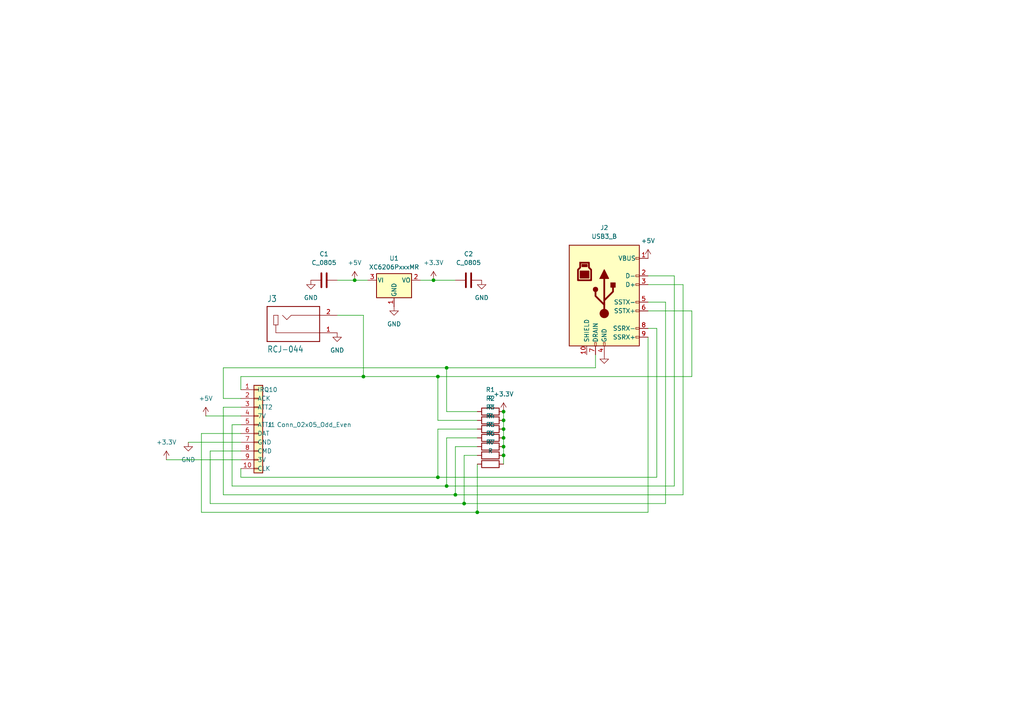
<source format=kicad_sch>
(kicad_sch (version 20231120) (generator "eeschema") (generator_version "8.0")
  (paper "A4")
  (lib_symbols
    (symbol "Connector:USB3_B" (pin_names (offset 1.016))
      (property "Reference" "J" (at -10.16 15.24 0))
      (property "Value" "USB3_B" (at 10.16 15.24 0))
      (symbol "USB3_B_0_0"
        (rectangle (start -2.794 -15.24) (end -2.286 -14.224))
        (rectangle (start -0.254 -15.24) (end 0.254 -14.224))
        (rectangle (start 10.16 -12.446) (end 9.144 -12.954))
        (rectangle (start 10.16 -9.906) (end 9.144 -10.414))
        (rectangle (start 10.16 -4.826) (end 9.144 -5.334))
        (rectangle (start 10.16 -2.286) (end 9.144 -2.794))
        (rectangle (start 10.16 2.794) (end 9.144 2.286))
        (rectangle (start 10.16 5.334) (end 9.144 4.826))
        (rectangle (start 10.16 10.414) (end 9.144 9.906))
      )
      (symbol "USB3_B_0_1"
        (rectangle (start -10.16 13.97) (end 10.16 -15.24) (stroke (width 0.254)) (fill (type background)))
        (rectangle (start -6.477 8.382) (end -4.953 7.747) (stroke (width 0.254)) (fill (type outline)))
        (rectangle (start -4.445 4.445) (end -6.985 6.477) (stroke (width 0.254)) (fill (type outline)))
        (polyline (pts (xy -6.985 8.89) (xy -6.985 7.493) (xy -7.62 6.858) (xy -7.62 3.81) (xy -3.81 3.81) (xy -3.81 6.858) (xy -4.445 7.493) (xy -4.445 8.89) (xy -6.858 8.89) (xy -6.985 8.89)) (stroke (width 0.508)))
      )
      (symbol "USB3_B_1_1"
        (circle (center -2.54 1.143) (radius 0.635) (stroke (width 0.254)) (fill (type outline)))
        (circle (center 0 -5.842) (radius 1.27) (fill (type outline)))
        (polyline (pts (xy 0 -5.842) (xy 0 4.318)) (stroke (width 0.508)))
        (polyline (pts (xy 0 -3.302) (xy -2.54 -0.762) (xy -2.54 0.508)) (stroke (width 0.508)))
        (polyline (pts (xy 0 -2.032) (xy 2.54 0.508) (xy 2.54 1.778)) (stroke (width 0.508)))
        (polyline (pts (xy -1.27 4.318) (xy 0 6.858) (xy 1.27 4.318) (xy -1.27 4.318)) (stroke (width 0.254)) (fill (type outline)))
        (rectangle (start 1.905 1.778) (end 3.175 3.048) (stroke (width 0.254)) (fill (type outline)))
        (pin power_out line (at 12.7 10.16 180) (length 2.54) (name "VBUS") (number "1"))
        (pin passive line (at -5.08 -17.78 90) (length 2.54) (name "SHIELD") (number "10"))
        (pin bidirectional line (at 12.7 5.08 180) (length 2.54) (name "D-") (number "2"))
        (pin bidirectional line (at 12.7 2.54 180) (length 2.54) (name "D+") (number "3"))
        (pin power_out line (at 0 -17.78 90) (length 2.54) (name "GND") (number "4"))
        (pin output line (at 12.7 -2.54 180) (length 2.54) (name "SSTX-") (number "5"))
        (pin output line (at 12.7 -5.08 180) (length 2.54) (name "SSTX+") (number "6"))
        (pin passive line (at -2.54 -17.78 90) (length 2.54) (name "DRAIN") (number "7"))
        (pin input line (at 12.7 -10.16 180) (length 2.54) (name "SSRX-") (number "8"))
        (pin input line (at 12.7 -12.7 180) (length 2.54) (name "SSRX+") (number "9"))
      )
    )
    (symbol "Connector_Generic:Conn_01x10" (pin_names (offset 1.016))
      (property "Reference" "J1" (at 2.54 0.0001 0))
      (property "Value" "Conn_02x05_Odd_Even" (at 5.334 0 0))
      (symbol "Conn_01x10_1_1"
        (rectangle (start -1.27 -12.573) (end 0 -12.827) (stroke (width 0.1524)))
        (rectangle (start -1.27 -10.033) (end 0 -10.287) (stroke (width 0.1524)))
        (rectangle (start -1.27 -7.493) (end 0 -7.747) (stroke (width 0.1524)))
        (rectangle (start -1.27 -4.953) (end 0 -5.207) (stroke (width 0.1524)))
        (rectangle (start -1.27 -2.413) (end 0 -2.667) (stroke (width 0.1524)))
        (rectangle (start -1.27 0.127) (end 0 -0.127) (stroke (width 0.1524)))
        (rectangle (start -1.27 2.667) (end 0 2.413) (stroke (width 0.1524)))
        (rectangle (start -1.27 5.207) (end 0 4.953) (stroke (width 0.1524)))
        (rectangle (start -1.27 7.747) (end 0 7.493) (stroke (width 0.1524)))
        (rectangle (start -1.27 10.287) (end 0 10.033) (stroke (width 0.1524)))
        (rectangle (start -1.27 11.43) (end 1.27 -13.97) (stroke (width 0.254)) (fill (type background)))
        (pin passive line (at -5.08 10.16 0) (length 3.81) (name "IRQ10") (number "1"))
        (pin passive line (at -5.08 -12.7 0) (length 3.81) (name "CLK") (number "10"))
        (pin passive line (at -5.08 7.62 0) (length 3.81) (name "ACK") (number "2"))
        (pin passive line (at -5.08 5.08 0) (length 3.81) (name "ATT2") (number "3"))
        (pin passive line (at -5.08 2.54 0) (length 3.81) (name "7V") (number "4"))
        (pin passive line (at -5.08 0 0) (length 3.81) (name "ATT1") (number "5"))
        (pin passive line (at -5.08 -2.54 0) (length 3.81) (name "DAT") (number "6"))
        (pin passive line (at -5.08 -5.08 0) (length 3.81) (name "GND") (number "7"))
        (pin passive line (at -5.08 -7.62 0) (length 3.81) (name "CMD") (number "8"))
        (pin passive line (at -5.08 -10.16 0) (length 3.81) (name "3V") (number "9"))
      )
    )
    (symbol "Device:R" (pin_numbers hide) (pin_names (offset 0))
      (property "Reference" "R" (at 2.032 0 90))
      (property "Value" "R" (at 0 0 90))
      (symbol "R_0_1"
        (rectangle (start -1.016 -2.54) (end 1.016 2.54) (stroke (width 0.254)))
      )
      (symbol "R_1_1"
        (pin passive line (at 0 3.81 270) (length 1.27) (name "~") (number "1"))
        (pin passive line (at 0 -3.81 90) (length 1.27) (name "~") (number "2"))
      )
    )
    (symbol "PCM_Capacitor_AKL:C_0805" (pin_numbers hide) (pin_names (offset 0.254))
      (property "Reference" "C" (at 0.635 2.54 0))
      (property "Value" "C_0805" (at 0.635 -2.54 0))
      (symbol "C_0805_0_1"
        (polyline (pts (xy -2.032 -0.762) (xy 2.032 -0.762)) (stroke (width 0.508)))
        (polyline (pts (xy -2.032 0.762) (xy 2.032 0.762)) (stroke (width 0.508)))
      )
      (symbol "C_0805_0_2"
        (polyline (pts (xy -2.54 -2.54) (xy -0.381 -0.381)))
        (polyline (pts (xy -0.508 -0.508) (xy -1.651 0.635)) (stroke (width 0.508)))
        (polyline (pts (xy -0.508 -0.508) (xy 0.635 -1.651)) (stroke (width 0.508)))
        (polyline (pts (xy 0.381 0.381) (xy 2.54 2.54)))
        (polyline (pts (xy 0.508 0.508) (xy -0.635 1.651)) (stroke (width 0.508)))
        (polyline (pts (xy 0.508 0.508) (xy 1.651 -0.635)) (stroke (width 0.508)))
      )
      (symbol "C_0805_1_1"
        (pin passive line (at 0 3.81 270) (length 2.794) (name "~") (number "1"))
        (pin passive line (at 0 -3.81 90) (length 2.794) (name "~") (number "2"))
      )
      (symbol "C_0805_1_2"
        (pin passive line (at 2.54 2.54 270) (length 0) (name "~") (number "1"))
        (pin passive line (at -2.54 -2.54 90) (length 0) (name "~") (number "2"))
      )
    )
    (symbol "Regulator_Linear:XC6206PxxxMR" (pin_names (offset 0.254))
      (property "Reference" "U" (at -3.81 3.175 0))
      (property "Value" "XC6206PxxxMR" (at 0 3.175 0))
      (symbol "XC6206PxxxMR_0_1"
        (rectangle (start -5.08 1.905) (end 5.08 -5.08) (stroke (width 0.254)) (fill (type background)))
      )
      (symbol "XC6206PxxxMR_1_1"
        (pin power_in line (at 0 -7.62 90) (length 2.54) (name "GND") (number "1"))
        (pin power_out line (at 7.62 0 180) (length 2.54) (name "VO") (number "2"))
        (pin power_in line (at -7.62 0 0) (length 2.54) (name "VI") (number "3"))
      )
    )
    (symbol "power:+3.3V" (power) (pin_numbers hide) (pin_names (offset 0) hide)
      (property "Value" "+3.3V" (at 0 3.556 0))
      (symbol "+3.3V_0_1"
        (polyline (pts (xy -0.762 1.27) (xy 0 2.54)))
        (polyline (pts (xy 0 0) (xy 0 2.54)))
        (polyline (pts (xy 0 2.54) (xy 0.762 1.27)))
      )
      (symbol "+3.3V_1_1"
        (pin power_in line (at 0 0 90) (length 0) (name "~") (number "1"))
      )
    )
    (symbol "power:+5V" (power) (pin_numbers hide) (pin_names (offset 0) hide)
      (property "Value" "+5V" (at 0 3.556 0))
      (symbol "+5V_0_1"
        (polyline (pts (xy -0.762 1.27) (xy 0 2.54)))
        (polyline (pts (xy 0 0) (xy 0 2.54)))
        (polyline (pts (xy 0 2.54) (xy 0.762 1.27)))
      )
      (symbol "+5V_1_1"
        (pin power_in line (at 0 0 90) (length 0) (name "~") (number "1"))
      )
    )
    (symbol "power:GND" (power) (pin_numbers hide) (pin_names (offset 0) hide)
      (property "Value" "GND" (at 0 -3.81 0))
      (symbol "GND_0_1"
        (polyline (pts (xy 0 0) (xy 0 -1.27) (xy 1.27 -1.27) (xy 0 -2.54) (xy -1.27 -1.27) (xy 0 -1.27)))
      )
      (symbol "GND_1_1"
        (pin power_in line (at 0 0 270) (length 0) (name "~") (number "1"))
      )
    )
    (symbol "psx-mister-eagle-import:RCJ-044_RCJ-044"
      (property "Reference" "J" (at -7.62 6.35 0))
      (symbol "RCJ-044_RCJ-044_1_0"
        (polyline (pts (xy -7.62 -5.08) (xy 7.62 -5.08)) (stroke (width 0.254)))
        (polyline (pts (xy -7.62 5.08) (xy -7.62 -5.08)) (stroke (width 0.254)))
        (polyline (pts (xy -5.715 -0.254) (xy -5.08 -0.254)) (stroke (width 0.1524)))
        (polyline (pts (xy -5.715 2.54) (xy -5.715 -0.254)) (stroke (width 0.1524)))
        (polyline (pts (xy -5.08 -2.54) (xy -5.08 -0.254)) (stroke (width 0.1524)))
        (polyline (pts (xy -5.08 -2.54) (xy 7.62 -2.54)) (stroke (width 0.1524)))
        (polyline (pts (xy -5.08 -0.254) (xy -4.445 -0.254)) (stroke (width 0.1524)))
        (polyline (pts (xy -4.445 -0.254) (xy -4.445 2.54)) (stroke (width 0.1524)))
        (polyline (pts (xy -4.445 2.54) (xy -5.715 2.54)) (stroke (width 0.1524)))
        (polyline (pts (xy -1.905 1.27) (xy -3.175 2.54)) (stroke (width 0.1524)))
        (polyline (pts (xy -0.635 2.54) (xy -1.905 1.27)) (stroke (width 0.1524)))
        (polyline (pts (xy -0.635 2.54) (xy 7.62 2.54)) (stroke (width 0.1524)))
        (polyline (pts (xy 7.62 -5.08) (xy 7.62 -2.54)) (stroke (width 0.254)))
        (polyline (pts (xy 7.62 -2.54) (xy 7.62 2.54)) (stroke (width 0.254)))
        (polyline (pts (xy 7.62 2.54) (xy 7.62 5.08)) (stroke (width 0.254)))
        (polyline (pts (xy 7.62 5.08) (xy -7.62 5.08)) (stroke (width 0.254)))
        (pin passive line (at 12.7 -2.54 180) (length 5.08) (name "1") (number "1"))
        (pin passive line (at 12.7 2.54 180) (length 5.08) (name "2") (number "2"))
      )
    )
  )
  (junction (at 129.54 106.68))
  (junction (at 127 109.22))
  (junction (at 127 138.43))
  (junction (at 146.05 129.54))
  (junction (at 146.05 121.92))
  (junction (at 129.54 140.97))
  (junction (at 146.05 132.08))
  (junction (at 146.05 127))
  (junction (at 105.41 109.22))
  (junction (at 102.87 81.28))
  (junction (at 146.05 119.38))
  (junction (at 132.08 143.51))
  (junction (at 146.05 124.46))
  (junction (at 134.62 146.05))
  (junction (at 125.73 81.28))
  (junction (at 138.43 148.59))
  (wire (pts (xy 69.85 113.03) (xy 69.85 109.22)))
  (wire (pts (xy 127 109.22) (xy 200.66 109.22)))
  (wire (pts (xy 64.77 143.51) (xy 132.08 143.51)))
  (wire (pts (xy 193.04 146.05) (xy 193.04 87.63)))
  (wire (pts (xy 146.05 121.92) (xy 146.05 124.46)))
  (wire (pts (xy 69.85 125.73) (xy 58.42 125.73)))
  (wire (pts (xy 146.05 127) (xy 146.05 129.54)))
  (wire (pts (xy 60.96 130.81) (xy 60.96 146.05)))
  (wire (pts (xy 134.62 146.05) (xy 134.62 132.08)))
  (wire (pts (xy 58.42 148.59) (xy 138.43 148.59)))
  (wire (pts (xy 58.42 125.73) (xy 58.42 148.59)))
  (wire (pts (xy 129.54 140.97) (xy 129.54 127)))
  (wire (pts (xy 105.41 109.22) (xy 127 109.22)))
  (wire (pts (xy 48.26 133.35) (xy 69.85 133.35)))
  (wire (pts (xy 127 121.92) (xy 138.43 121.92)))
  (wire (pts (xy 195.58 80.01) (xy 187.96 80.01)))
  (wire (pts (xy 69.85 130.81) (xy 60.96 130.81)))
  (wire (pts (xy 132.08 129.54) (xy 138.43 129.54)))
  (wire (pts (xy 129.54 106.68) (xy 172.72 106.68)))
  (wire (pts (xy 60.96 146.05) (xy 134.62 146.05)))
  (wire (pts (xy 69.85 118.11) (xy 64.77 118.11)))
  (wire (pts (xy 127 109.22) (xy 127 121.92)))
  (wire (pts (xy 64.77 115.57) (xy 64.77 106.68)))
  (wire (pts (xy 198.12 143.51) (xy 198.12 82.55)))
  (wire (pts (xy 59.69 120.65) (xy 69.85 120.65)))
  (wire (pts (xy 69.85 109.22) (xy 105.41 109.22)))
  (wire (pts (xy 190.5 138.43) (xy 190.5 95.25)))
  (wire (pts (xy 195.58 140.97) (xy 195.58 80.01)))
  (wire (pts (xy 102.87 81.28) (xy 106.68 81.28)))
  (wire (pts (xy 146.05 124.46) (xy 146.05 127)))
  (wire (pts (xy 67.31 140.97) (xy 129.54 140.97)))
  (wire (pts (xy 64.77 106.68) (xy 129.54 106.68)))
  (wire (pts (xy 69.85 115.57) (xy 64.77 115.57)))
  (wire (pts (xy 69.85 123.19) (xy 67.31 123.19)))
  (wire (pts (xy 129.54 119.38) (xy 138.43 119.38)))
  (wire (pts (xy 134.62 132.08) (xy 138.43 132.08)))
  (wire (pts (xy 125.73 81.28) (xy 132.08 81.28)))
  (wire (pts (xy 138.43 148.59) (xy 187.96 148.59)))
  (wire (pts (xy 127 138.43) (xy 190.5 138.43)))
  (wire (pts (xy 138.43 134.62) (xy 138.43 148.59)))
  (wire (pts (xy 132.08 143.51) (xy 132.08 129.54)))
  (wire (pts (xy 146.05 119.38) (xy 146.05 121.92)))
  (wire (pts (xy 129.54 140.97) (xy 195.58 140.97)))
  (wire (pts (xy 134.62 146.05) (xy 193.04 146.05)))
  (wire (pts (xy 127 124.46) (xy 138.43 124.46)))
  (wire (pts (xy 97.79 81.28) (xy 102.87 81.28)))
  (wire (pts (xy 193.04 87.63) (xy 187.96 87.63)))
  (wire (pts (xy 121.92 81.28) (xy 125.73 81.28)))
  (wire (pts (xy 198.12 82.55) (xy 187.96 82.55)))
  (wire (pts (xy 187.96 148.59) (xy 187.96 97.79)))
  (wire (pts (xy 69.85 135.89) (xy 69.85 138.43)))
  (wire (pts (xy 67.31 123.19) (xy 67.31 140.97)))
  (wire (pts (xy 200.66 90.17) (xy 187.96 90.17)))
  (wire (pts (xy 146.05 129.54) (xy 146.05 132.08)))
  (wire (pts (xy 172.72 106.68) (xy 172.72 102.87)))
  (wire (pts (xy 69.85 128.27) (xy 54.61 128.27)))
  (wire (pts (xy 127 138.43) (xy 127 124.46)))
  (wire (pts (xy 187.96 95.25) (xy 190.5 95.25)))
  (wire (pts (xy 129.54 106.68) (xy 129.54 119.38)))
  (wire (pts (xy 200.66 109.22) (xy 200.66 90.17)))
  (wire (pts (xy 69.85 138.43) (xy 127 138.43)))
  (wire (pts (xy 129.54 127) (xy 138.43 127)))
  (wire (pts (xy 105.41 91.44) (xy 105.41 109.22)))
  (wire (pts (xy 132.08 143.51) (xy 198.12 143.51)))
  (wire (pts (xy 64.77 118.11) (xy 64.77 143.51)))
  (wire (pts (xy 146.05 132.08) (xy 146.05 134.62)))
  (wire (pts (xy 97.79 91.44) (xy 105.41 91.44)))
  (symbol (lib_id "power:+5V") (at 187.96 74.93 0) (unit 1)
    (property "Reference" "#PWR02" (effects (hide yes)))
    (property "Value" "+5V" (at 187.96 69.85 0))
    (property "Description" "Power symbol creates a global label with name \"+5V\"" (effects (hide yes)))
  )
  (symbol (lib_id "power:+5V") (at 102.87 81.28 0) (unit 1)
    (property "Reference" "#PWR06" (effects (hide yes)))
    (property "Value" "+5V" (at 102.87 76.2 0))
    (property "Description" "Power symbol creates a global label with name \"+5V\"" (effects (hide yes)))
  )
  (symbol (lib_id "power:GND") (at 54.61 128.27 0) (unit 1)
    (property "Reference" "#PWR09" (effects (hide yes)))
    (property "Value" "GND" (at 54.61 133.35 0))
    (property "Description" "Power symbol creates a global label with name \"GND\" , ground" (effects (hide yes)))
  )
  (symbol (lib_id "power:GND") (at 114.3 88.9 0) (unit 1)
    (property "Reference" "#PWR04" (effects (hide yes)))
    (property "Value" "GND" (at 114.3 93.98 0))
    (property "Description" "Power symbol creates a global label with name \"GND\" , ground" (effects (hide yes)))
  )
  (symbol (lib_id "PCM_Capacitor_AKL:C_0805") (at 135.89 81.28 90) (unit 1)
    (property "Reference" "C2" (at 135.89 73.66 90))
    (property "Value" "C_0805" (at 135.89 76.2 90))
    (property "Footprint" "PCM_Capacitor_SMD_AKL:C_0805_2012Metric" (effects (hide yes)))
    (property "Description" "SMD 0805 MLCC capacitor, Alternate KiCad Library" (effects (hide yes)))
  )
  (symbol (lib_id "Device:R") (at 142.24 134.62 270) (unit 1)
    (property "Reference" "R7" (at 142.24 128.27 90))
    (property "Value" "R" (at 142.24 130.81 90))
    (property "Footprint" "PCM_Resistor_SMD_AKL:R_0603_1608Metric" (effects (hide yes)))
    (property "Description" "Resistor" (effects (hide yes)))
  )
  (symbol (lib_id "Regulator_Linear:XC6206PxxxMR") (at 114.3 81.28 0) (unit 1)
    (property "Reference" "U1" (at 114.3 74.93 0))
    (property "Value" "XC6206PxxxMR" (at 114.3 77.47 0))
    (property "Footprint" "Package_TO_SOT_SMD:SOT-23-3" (effects (hide yes)))
    (property "Datasheet" "https://www.torexsemi.com/file/xc6206/XC6206.pdf" (effects (hide yes)))
    (property "Description" "Positive 60-250mA Low Dropout Regulator, Fixed Output, SOT-23" (effects (hide yes)))
  )
  (symbol (lib_id "power:GND") (at 175.26 102.87 0) (unit 1)
    (property "Reference" "#PWR03" (effects (hide yes)))
    (property "Value" "GND" (effects (hide yes)))
    (property "Description" "Power symbol creates a global label with name \"GND\" , ground" (effects (hide yes)))
  )
  (symbol (lib_id "Device:R") (at 142.24 129.54 270) (unit 1)
    (property "Reference" "R5" (at 142.24 123.19 90))
    (property "Value" "R" (at 142.24 125.73 90))
    (property "Footprint" "PCM_Resistor_SMD_AKL:R_0603_1608Metric" (effects (hide yes)))
    (property "Description" "Resistor" (effects (hide yes)))
  )
  (symbol (lib_id "psx-mister-eagle-import:RCJ-044_RCJ-044") (at 85.09 93.98 0) (unit 1)
    (property "Reference" "J3" (at 77.47 87.63 0) (effects (font (size 1.778 1.5113)) (justify left bottom)))
    (property "Value" "RCJ-044" (at 77.47 100.33 0) (effects (font (size 1.778 1.5113)) (justify left top)))
    (property "Footprint" "Connector_Audio:CUI_RCJ-044" (effects (hide yes)))
  )
  (symbol (lib_id "Device:R") (at 142.24 127 270) (unit 1)
    (property "Reference" "R4" (at 142.24 120.65 90))
    (property "Value" "R" (at 142.24 123.19 90))
    (property "Footprint" "PCM_Resistor_SMD_AKL:R_0603_1608Metric" (effects (hide yes)))
    (property "Description" "Resistor" (effects (hide yes)))
  )
  (symbol (lib_id "Device:R") (at 142.24 121.92 270) (unit 1)
    (property "Reference" "R2" (at 142.24 115.57 90))
    (property "Value" "R" (at 142.24 118.11 90))
    (property "Footprint" "PCM_Resistor_SMD_AKL:R_0603_1608Metric" (effects (hide yes)))
    (property "Description" "Resistor" (effects (hide yes)))
  )
  (symbol (lib_id "power:+3.3V") (at 125.73 81.28 0) (unit 1)
    (property "Reference" "#PWR01" (effects (hide yes)))
    (property "Value" "+3.3V" (at 125.73 76.2 0))
    (property "Description" "Power symbol creates a global label with name \"+3.3V\"" (effects (hide yes)))
  )
  (symbol (lib_id "Connector_Generic:Conn_01x10") (at 74.93 123.19 0) (unit 1)
    (property "Reference" "J1" (at 77.47 123.1899 0) (effects (justify left)))
    (property "Value" "Conn_02x05_Odd_Even" (at 80.264 123.19 0) (effects (justify left)))
    (property "Footprint" "Connector:FPC-SMD_10P-P1.00-L3.4-W13.0" (effects (hide yes)))
    (property "Description" "Generic connector, single row, 01x10, script generated (kicad-library-utils/schlib/autogen/connector/)" (effects (hide yes)))
  )
  (symbol (lib_id "Device:R") (at 142.24 124.46 270) (unit 1)
    (property "Reference" "R3" (at 142.24 118.11 90))
    (property "Value" "R" (at 142.24 120.65 90))
    (property "Footprint" "PCM_Resistor_SMD_AKL:R_0603_1608Metric" (effects (hide yes)))
    (property "Description" "Resistor" (effects (hide yes)))
  )
  (symbol (lib_id "PCM_Capacitor_AKL:C_0805") (at 93.98 81.28 90) (unit 1)
    (property "Reference" "C1" (at 93.98 73.66 90))
    (property "Value" "C_0805" (at 93.98 76.2 90))
    (property "Footprint" "PCM_Capacitor_SMD_AKL:C_0805_2012Metric" (effects (hide yes)))
    (property "Description" "SMD 0805 MLCC capacitor, Alternate KiCad Library" (effects (hide yes)))
  )
  (symbol (lib_id "power:GND") (at 97.79 96.52 0) (unit 1)
    (property "Reference" "#PWR05" (effects (hide yes)))
    (property "Value" "GND" (at 97.79 101.6 0))
    (property "Description" "Power symbol creates a global label with name \"GND\" , ground" (effects (hide yes)))
  )
  (symbol (lib_id "power:+5V") (at 59.69 120.65 0) (unit 1)
    (property "Reference" "#PWR010" (effects (hide yes)))
    (property "Value" "+5V" (at 59.69 115.57 0))
    (property "Description" "Power symbol creates a global label with name \"+5V\"" (effects (hide yes)))
  )
  (symbol (lib_id "Connector:USB3_B") (at 175.26 85.09 0) (unit 1)
    (property "Reference" "J2" (at 175.26 66.04 0))
    (property "Value" "USB3_B" (at 175.26 68.58 0))
    (property "Footprint" "Connector_USB:U-B-M9DD-W-1" (effects (hide yes)))
    (property "Description" "USB 3.0 B connector" (effects (hide yes)))
  )
  (symbol (lib_id "power:GND") (at 90.17 81.28 0) (unit 1)
    (property "Reference" "#PWR011" (effects (hide yes)))
    (property "Value" "GND" (at 90.17 86.36 0))
    (property "Description" "Power symbol creates a global label with name \"GND\" , ground" (effects (hide yes)))
  )
  (symbol (lib_id "power:GND") (at 139.7 81.28 0) (unit 1)
    (property "Reference" "#PWR012" (effects (hide yes)))
    (property "Value" "GND" (at 139.7 86.36 0))
    (property "Description" "Power symbol creates a global label with name \"GND\" , ground" (effects (hide yes)))
  )
  (symbol (lib_id "Device:R") (at 142.24 119.38 270) (unit 1)
    (property "Reference" "R1" (at 142.24 113.03 90))
    (property "Value" "R" (at 142.24 115.57 90))
    (property "Footprint" "PCM_Resistor_SMD_AKL:R_0603_1608Metric" (effects (hide yes)))
    (property "Description" "Resistor" (effects (hide yes)))
  )
  (symbol (lib_id "power:+3.3V") (at 146.05 119.38 0) (unit 1)
    (property "Reference" "#PWR08" (effects (hide yes)))
    (property "Value" "+3.3V" (at 146.05 114.3 0))
    (property "Description" "Power symbol creates a global label with name \"+3.3V\"" (effects (hide yes)))
  )
  (symbol (lib_id "power:+3.3V") (at 48.26 133.35 0) (unit 1)
    (property "Reference" "#PWR07" (effects (hide yes)))
    (property "Value" "+3.3V" (at 48.26 128.27 0))
    (property "Description" "Power symbol creates a global label with name \"+3.3V\"" (effects (hide yes)))
  )
  (symbol (lib_id "Device:R") (at 142.24 132.08 270) (unit 1)
    (property "Reference" "R6" (at 142.24 125.73 90))
    (property "Value" "R" (at 142.24 128.27 90))
    (property "Footprint" "PCM_Resistor_SMD_AKL:R_0603_1608Metric" (effects (hide yes)))
    (property "Description" "Resistor" (effects (hide yes)))
  )
)
</source>
